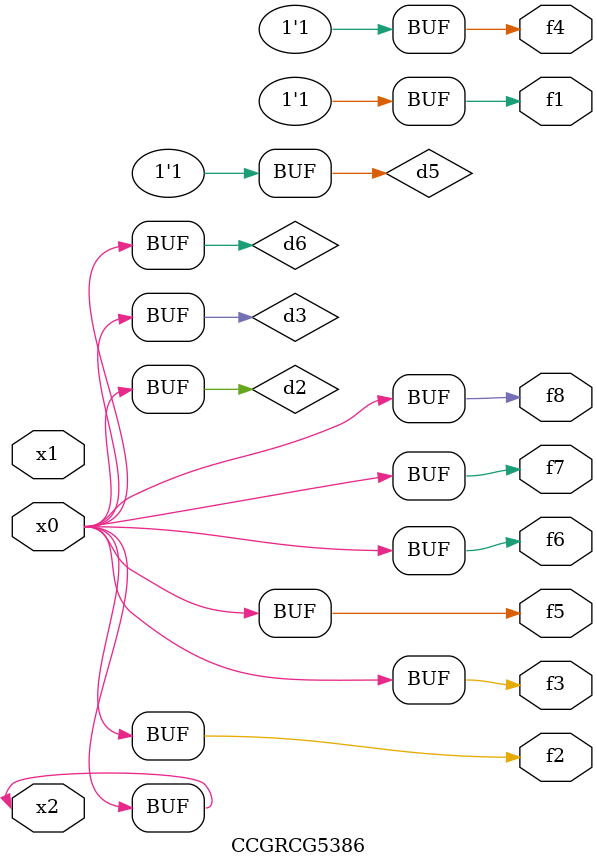
<source format=v>
module CCGRCG5386(
	input x0, x1, x2,
	output f1, f2, f3, f4, f5, f6, f7, f8
);

	wire d1, d2, d3, d4, d5, d6;

	xnor (d1, x2);
	buf (d2, x0, x2);
	and (d3, x0);
	xnor (d4, x1, x2);
	nand (d5, d1, d3);
	buf (d6, d2, d3);
	assign f1 = d5;
	assign f2 = d6;
	assign f3 = d6;
	assign f4 = d5;
	assign f5 = d6;
	assign f6 = d6;
	assign f7 = d6;
	assign f8 = d6;
endmodule

</source>
